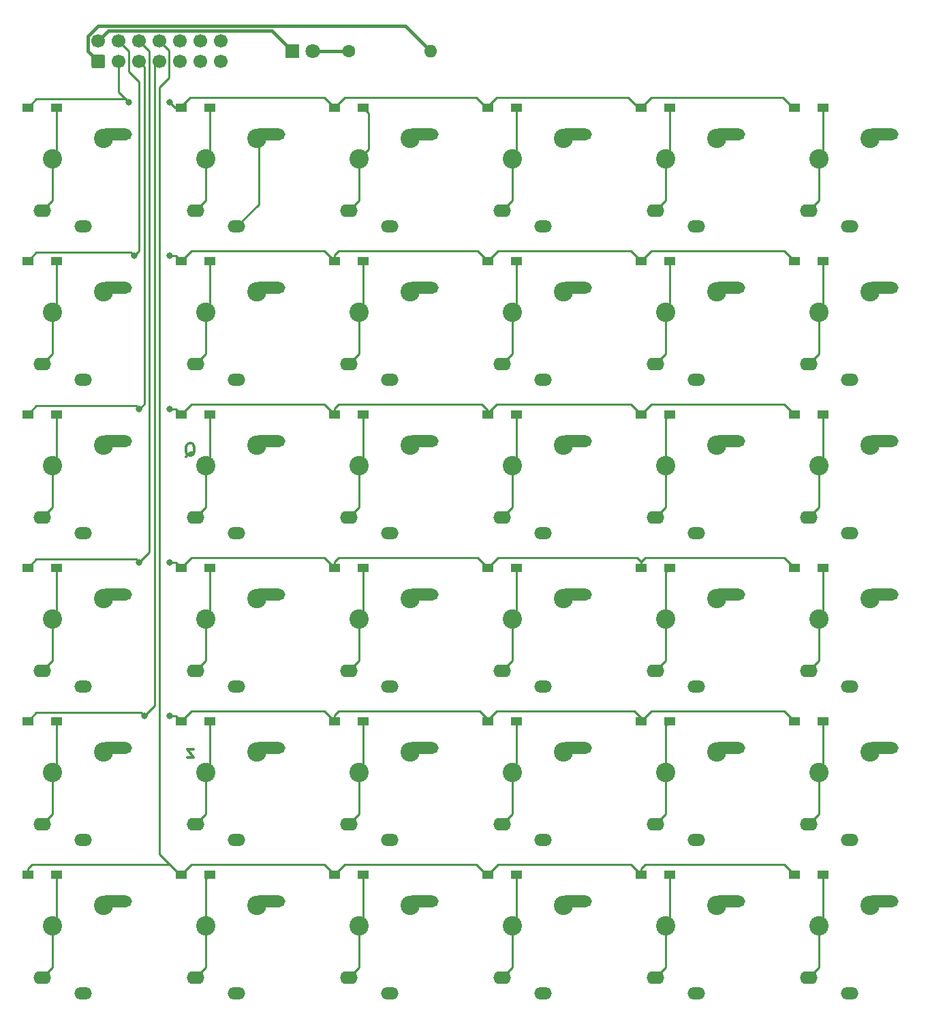
<source format=gbr>
%TF.GenerationSoftware,KiCad,Pcbnew,(5.1.10-1-10_14)*%
%TF.CreationDate,2021-11-08T13:36:25+08:00*%
%TF.ProjectId,Pragmatic,50726167-6d61-4746-9963-2e6b69636164,0.1*%
%TF.SameCoordinates,Original*%
%TF.FileFunction,Copper,L2,Bot*%
%TF.FilePolarity,Positive*%
%FSLAX46Y46*%
G04 Gerber Fmt 4.6, Leading zero omitted, Abs format (unit mm)*
G04 Created by KiCad (PCBNEW (5.1.10-1-10_14)) date 2021-11-08 13:36:25*
%MOMM*%
%LPD*%
G01*
G04 APERTURE LIST*
%TA.AperFunction,NonConductor*%
%ADD10C,0.300000*%
%TD*%
%TA.AperFunction,ComponentPad*%
%ADD11O,1.600000X1.600000*%
%TD*%
%TA.AperFunction,ComponentPad*%
%ADD12C,1.600000*%
%TD*%
%TA.AperFunction,ComponentPad*%
%ADD13C,1.700000*%
%TD*%
%TA.AperFunction,ComponentPad*%
%ADD14C,1.800000*%
%TD*%
%TA.AperFunction,ComponentPad*%
%ADD15R,1.800000X1.800000*%
%TD*%
%TA.AperFunction,ComponentPad*%
%ADD16C,2.400000*%
%TD*%
%TA.AperFunction,ComponentPad*%
%ADD17O,2.200000X1.600000*%
%TD*%
%TA.AperFunction,ComponentPad*%
%ADD18O,2.200000X1.500000*%
%TD*%
%TA.AperFunction,SMDPad,CuDef*%
%ADD19R,1.400000X1.000000*%
%TD*%
%TA.AperFunction,ViaPad*%
%ADD20C,0.800000*%
%TD*%
%TA.AperFunction,Conductor*%
%ADD21C,0.250000*%
%TD*%
%TA.AperFunction,Conductor*%
%ADD22C,0.400000*%
%TD*%
G04 APERTURE END LIST*
D10*
X70877857Y-127948571D02*
X70092142Y-127948571D01*
X70877857Y-128948571D01*
X70092142Y-128948571D01*
X69913571Y-91626428D02*
X70056428Y-91555000D01*
X70199285Y-91412142D01*
X70413571Y-91197857D01*
X70556428Y-91126428D01*
X70699285Y-91126428D01*
X70627857Y-91483571D02*
X70770714Y-91412142D01*
X70913571Y-91269285D01*
X70985000Y-90983571D01*
X70985000Y-90483571D01*
X70913571Y-90197857D01*
X70770714Y-90055000D01*
X70627857Y-89983571D01*
X70342142Y-89983571D01*
X70199285Y-90055000D01*
X70056428Y-90197857D01*
X69985000Y-90483571D01*
X69985000Y-90983571D01*
X70056428Y-91269285D01*
X70199285Y-91412142D01*
X70342142Y-91483571D01*
X70627857Y-91483571D01*
D11*
%TO.P,R1,2*%
%TO.N,VCC*%
X100330000Y-41275000D03*
D12*
%TO.P,R1,1*%
%TO.N,Net-(D37-Pad2)*%
X90170000Y-41275000D03*
%TD*%
D13*
%TO.P,J1,14*%
%TO.N,Col6*%
X74295000Y-40005000D03*
%TO.P,J1,12*%
%TO.N,Col4*%
X71755000Y-40005000D03*
%TO.P,J1,10*%
%TO.N,Col2*%
X69215000Y-40005000D03*
%TO.P,J1,8*%
%TO.N,Row6*%
X66675000Y-40005000D03*
%TO.P,J1,6*%
%TO.N,Row4*%
X64135000Y-40005000D03*
%TO.P,J1,4*%
%TO.N,Row2*%
X61595000Y-40005000D03*
%TO.P,J1,2*%
%TO.N,Ground*%
X59055000Y-40005000D03*
%TO.P,J1,13*%
%TO.N,Col5*%
X74295000Y-42545000D03*
%TO.P,J1,11*%
%TO.N,Col3*%
X71755000Y-42545000D03*
%TO.P,J1,9*%
%TO.N,Col1*%
X69215000Y-42545000D03*
%TO.P,J1,7*%
%TO.N,Row5*%
X66675000Y-42545000D03*
%TO.P,J1,5*%
%TO.N,Row3*%
X64135000Y-42545000D03*
%TO.P,J1,3*%
%TO.N,Row1*%
X61595000Y-42545000D03*
%TO.P,J1,1*%
%TO.N,VCC*%
%TA.AperFunction,ComponentPad*%
G36*
G01*
X59655000Y-43395000D02*
X58455000Y-43395000D01*
G75*
G02*
X58205000Y-43145000I0J250000D01*
G01*
X58205000Y-41945000D01*
G75*
G02*
X58455000Y-41695000I250000J0D01*
G01*
X59655000Y-41695000D01*
G75*
G02*
X59905000Y-41945000I0J-250000D01*
G01*
X59905000Y-43145000D01*
G75*
G02*
X59655000Y-43395000I-250000J0D01*
G01*
G37*
%TD.AperFunction*%
%TD*%
D14*
%TO.P,D37,2*%
%TO.N,Net-(D37-Pad2)*%
X85725000Y-41275000D03*
D15*
%TO.P,D37,1*%
%TO.N,Ground*%
X83185000Y-41275000D03*
%TD*%
D16*
%TO.P,SW9,2*%
%TO.N,Col3*%
X97790000Y-71120000D03*
%TA.AperFunction,ComponentPad*%
G36*
G01*
X96950126Y-70678797D02*
X96950126Y-70678797D01*
G75*
G02*
X97693552Y-69922281I749971J6545D01*
G01*
X100593442Y-69896975D01*
G75*
G02*
X101349958Y-70640401I6545J-749971D01*
G01*
X101349958Y-70640401D01*
G75*
G02*
X100606532Y-71396917I-749971J-6545D01*
G01*
X97706642Y-71422223D01*
G75*
G02*
X96950126Y-70678797I-6545J749971D01*
G01*
G37*
%TD.AperFunction*%
D17*
%TO.P,SW9,1*%
%TO.N,Net-(D9-Pad2)*%
X90150000Y-80100000D03*
D18*
%TO.P,SW9,2*%
%TO.N,Col3*%
X95250000Y-82100000D03*
D16*
%TO.P,SW9,1*%
%TO.N,Net-(D9-Pad2)*%
X91440000Y-73660000D03*
%TD*%
%TO.P,SW3,2*%
%TO.N,Col3*%
X97790000Y-52070000D03*
%TA.AperFunction,ComponentPad*%
G36*
G01*
X96950126Y-51628797D02*
X96950126Y-51628797D01*
G75*
G02*
X97693552Y-50872281I749971J6545D01*
G01*
X100593442Y-50846975D01*
G75*
G02*
X101349958Y-51590401I6545J-749971D01*
G01*
X101349958Y-51590401D01*
G75*
G02*
X100606532Y-52346917I-749971J-6545D01*
G01*
X97706642Y-52372223D01*
G75*
G02*
X96950126Y-51628797I-6545J749971D01*
G01*
G37*
%TD.AperFunction*%
D17*
%TO.P,SW3,1*%
%TO.N,Net-(D3-Pad2)*%
X90150000Y-61050000D03*
D18*
%TO.P,SW3,2*%
%TO.N,Col3*%
X95250000Y-63050000D03*
D16*
%TO.P,SW3,1*%
%TO.N,Net-(D3-Pad2)*%
X91440000Y-54610000D03*
%TD*%
D19*
%TO.P,D6,2*%
%TO.N,Net-(D6-Pad2)*%
X149095000Y-48260000D03*
%TO.P,D6,1*%
%TO.N,Row1*%
X145545000Y-48260000D03*
%TD*%
D16*
%TO.P,SW2,2*%
%TO.N,Col2*%
X78740000Y-52070000D03*
%TA.AperFunction,ComponentPad*%
G36*
G01*
X77900126Y-51628797D02*
X77900126Y-51628797D01*
G75*
G02*
X78643552Y-50872281I749971J6545D01*
G01*
X81543442Y-50846975D01*
G75*
G02*
X82299958Y-51590401I6545J-749971D01*
G01*
X82299958Y-51590401D01*
G75*
G02*
X81556532Y-52346917I-749971J-6545D01*
G01*
X78656642Y-52372223D01*
G75*
G02*
X77900126Y-51628797I-6545J749971D01*
G01*
G37*
%TD.AperFunction*%
D17*
%TO.P,SW2,1*%
%TO.N,Net-(D2-Pad2)*%
X71100000Y-61050000D03*
D18*
%TO.P,SW2,2*%
%TO.N,Col2*%
X76200000Y-63050000D03*
D16*
%TO.P,SW2,1*%
%TO.N,Net-(D2-Pad2)*%
X72390000Y-54610000D03*
%TD*%
%TO.P,SW29,2*%
%TO.N,Col5*%
X135890000Y-128270000D03*
%TA.AperFunction,ComponentPad*%
G36*
G01*
X135050126Y-127828797D02*
X135050126Y-127828797D01*
G75*
G02*
X135793552Y-127072281I749971J6545D01*
G01*
X138693442Y-127046975D01*
G75*
G02*
X139449958Y-127790401I6545J-749971D01*
G01*
X139449958Y-127790401D01*
G75*
G02*
X138706532Y-128546917I-749971J-6545D01*
G01*
X135806642Y-128572223D01*
G75*
G02*
X135050126Y-127828797I-6545J749971D01*
G01*
G37*
%TD.AperFunction*%
D17*
%TO.P,SW29,1*%
%TO.N,Net-(D29-Pad2)*%
X128250000Y-137250000D03*
D18*
%TO.P,SW29,2*%
%TO.N,Col5*%
X133350000Y-139250000D03*
D16*
%TO.P,SW29,1*%
%TO.N,Net-(D29-Pad2)*%
X129540000Y-130810000D03*
%TD*%
%TO.P,SW28,2*%
%TO.N,Col4*%
X116840000Y-128270000D03*
%TA.AperFunction,ComponentPad*%
G36*
G01*
X116000126Y-127828797D02*
X116000126Y-127828797D01*
G75*
G02*
X116743552Y-127072281I749971J6545D01*
G01*
X119643442Y-127046975D01*
G75*
G02*
X120399958Y-127790401I6545J-749971D01*
G01*
X120399958Y-127790401D01*
G75*
G02*
X119656532Y-128546917I-749971J-6545D01*
G01*
X116756642Y-128572223D01*
G75*
G02*
X116000126Y-127828797I-6545J749971D01*
G01*
G37*
%TD.AperFunction*%
D17*
%TO.P,SW28,1*%
%TO.N,Net-(D28-Pad2)*%
X109200000Y-137250000D03*
D18*
%TO.P,SW28,2*%
%TO.N,Col4*%
X114300000Y-139250000D03*
D16*
%TO.P,SW28,1*%
%TO.N,Net-(D28-Pad2)*%
X110490000Y-130810000D03*
%TD*%
%TO.P,SW24,2*%
%TO.N,Col6*%
X154940000Y-109220000D03*
%TA.AperFunction,ComponentPad*%
G36*
G01*
X154100126Y-108778797D02*
X154100126Y-108778797D01*
G75*
G02*
X154843552Y-108022281I749971J6545D01*
G01*
X157743442Y-107996975D01*
G75*
G02*
X158499958Y-108740401I6545J-749971D01*
G01*
X158499958Y-108740401D01*
G75*
G02*
X157756532Y-109496917I-749971J-6545D01*
G01*
X154856642Y-109522223D01*
G75*
G02*
X154100126Y-108778797I-6545J749971D01*
G01*
G37*
%TD.AperFunction*%
D17*
%TO.P,SW24,1*%
%TO.N,Net-(D24-Pad2)*%
X147300000Y-118200000D03*
D18*
%TO.P,SW24,2*%
%TO.N,Col6*%
X152400000Y-120200000D03*
D16*
%TO.P,SW24,1*%
%TO.N,Net-(D24-Pad2)*%
X148590000Y-111760000D03*
%TD*%
D19*
%TO.P,D3,2*%
%TO.N,Net-(D3-Pad2)*%
X91945000Y-48260000D03*
%TO.P,D3,1*%
%TO.N,Row1*%
X88395000Y-48260000D03*
%TD*%
%TO.P,D2,2*%
%TO.N,Net-(D2-Pad2)*%
X72895000Y-48260000D03*
%TO.P,D2,1*%
%TO.N,Row1*%
X69345000Y-48260000D03*
%TD*%
D16*
%TO.P,SW36,2*%
%TO.N,Col6*%
X154940000Y-147320000D03*
%TA.AperFunction,ComponentPad*%
G36*
G01*
X154100126Y-146878797D02*
X154100126Y-146878797D01*
G75*
G02*
X154843552Y-146122281I749971J6545D01*
G01*
X157743442Y-146096975D01*
G75*
G02*
X158499958Y-146840401I6545J-749971D01*
G01*
X158499958Y-146840401D01*
G75*
G02*
X157756532Y-147596917I-749971J-6545D01*
G01*
X154856642Y-147622223D01*
G75*
G02*
X154100126Y-146878797I-6545J749971D01*
G01*
G37*
%TD.AperFunction*%
D17*
%TO.P,SW36,1*%
%TO.N,Net-(D36-Pad2)*%
X147300000Y-156300000D03*
D18*
%TO.P,SW36,2*%
%TO.N,Col6*%
X152400000Y-158300000D03*
D16*
%TO.P,SW36,1*%
%TO.N,Net-(D36-Pad2)*%
X148590000Y-149860000D03*
%TD*%
%TO.P,SW35,2*%
%TO.N,Col5*%
X135890000Y-147320000D03*
%TA.AperFunction,ComponentPad*%
G36*
G01*
X135050126Y-146878797D02*
X135050126Y-146878797D01*
G75*
G02*
X135793552Y-146122281I749971J6545D01*
G01*
X138693442Y-146096975D01*
G75*
G02*
X139449958Y-146840401I6545J-749971D01*
G01*
X139449958Y-146840401D01*
G75*
G02*
X138706532Y-147596917I-749971J-6545D01*
G01*
X135806642Y-147622223D01*
G75*
G02*
X135050126Y-146878797I-6545J749971D01*
G01*
G37*
%TD.AperFunction*%
D17*
%TO.P,SW35,1*%
%TO.N,Net-(D35-Pad2)*%
X128250000Y-156300000D03*
D18*
%TO.P,SW35,2*%
%TO.N,Col5*%
X133350000Y-158300000D03*
D16*
%TO.P,SW35,1*%
%TO.N,Net-(D35-Pad2)*%
X129540000Y-149860000D03*
%TD*%
%TO.P,SW34,2*%
%TO.N,Col4*%
X116840000Y-147320000D03*
%TA.AperFunction,ComponentPad*%
G36*
G01*
X116000126Y-146878797D02*
X116000126Y-146878797D01*
G75*
G02*
X116743552Y-146122281I749971J6545D01*
G01*
X119643442Y-146096975D01*
G75*
G02*
X120399958Y-146840401I6545J-749971D01*
G01*
X120399958Y-146840401D01*
G75*
G02*
X119656532Y-147596917I-749971J-6545D01*
G01*
X116756642Y-147622223D01*
G75*
G02*
X116000126Y-146878797I-6545J749971D01*
G01*
G37*
%TD.AperFunction*%
D17*
%TO.P,SW34,1*%
%TO.N,Net-(D34-Pad2)*%
X109200000Y-156300000D03*
D18*
%TO.P,SW34,2*%
%TO.N,Col4*%
X114300000Y-158300000D03*
D16*
%TO.P,SW34,1*%
%TO.N,Net-(D34-Pad2)*%
X110490000Y-149860000D03*
%TD*%
%TO.P,SW33,2*%
%TO.N,Col3*%
X97790000Y-147320000D03*
%TA.AperFunction,ComponentPad*%
G36*
G01*
X96950126Y-146878797D02*
X96950126Y-146878797D01*
G75*
G02*
X97693552Y-146122281I749971J6545D01*
G01*
X100593442Y-146096975D01*
G75*
G02*
X101349958Y-146840401I6545J-749971D01*
G01*
X101349958Y-146840401D01*
G75*
G02*
X100606532Y-147596917I-749971J-6545D01*
G01*
X97706642Y-147622223D01*
G75*
G02*
X96950126Y-146878797I-6545J749971D01*
G01*
G37*
%TD.AperFunction*%
D17*
%TO.P,SW33,1*%
%TO.N,Net-(D33-Pad2)*%
X90150000Y-156300000D03*
D18*
%TO.P,SW33,2*%
%TO.N,Col3*%
X95250000Y-158300000D03*
D16*
%TO.P,SW33,1*%
%TO.N,Net-(D33-Pad2)*%
X91440000Y-149860000D03*
%TD*%
%TO.P,SW32,2*%
%TO.N,Col2*%
X78740000Y-147320000D03*
%TA.AperFunction,ComponentPad*%
G36*
G01*
X77900126Y-146878797D02*
X77900126Y-146878797D01*
G75*
G02*
X78643552Y-146122281I749971J6545D01*
G01*
X81543442Y-146096975D01*
G75*
G02*
X82299958Y-146840401I6545J-749971D01*
G01*
X82299958Y-146840401D01*
G75*
G02*
X81556532Y-147596917I-749971J-6545D01*
G01*
X78656642Y-147622223D01*
G75*
G02*
X77900126Y-146878797I-6545J749971D01*
G01*
G37*
%TD.AperFunction*%
D17*
%TO.P,SW32,1*%
%TO.N,Net-(D32-Pad2)*%
X71100000Y-156300000D03*
D18*
%TO.P,SW32,2*%
%TO.N,Col2*%
X76200000Y-158300000D03*
D16*
%TO.P,SW32,1*%
%TO.N,Net-(D32-Pad2)*%
X72390000Y-149860000D03*
%TD*%
%TO.P,SW31,2*%
%TO.N,Col1*%
X59690000Y-147320000D03*
%TA.AperFunction,ComponentPad*%
G36*
G01*
X58850126Y-146878797D02*
X58850126Y-146878797D01*
G75*
G02*
X59593552Y-146122281I749971J6545D01*
G01*
X62493442Y-146096975D01*
G75*
G02*
X63249958Y-146840401I6545J-749971D01*
G01*
X63249958Y-146840401D01*
G75*
G02*
X62506532Y-147596917I-749971J-6545D01*
G01*
X59606642Y-147622223D01*
G75*
G02*
X58850126Y-146878797I-6545J749971D01*
G01*
G37*
%TD.AperFunction*%
D17*
%TO.P,SW31,1*%
%TO.N,Net-(D31-Pad2)*%
X52050000Y-156300000D03*
D18*
%TO.P,SW31,2*%
%TO.N,Col1*%
X57150000Y-158300000D03*
D16*
%TO.P,SW31,1*%
%TO.N,Net-(D31-Pad2)*%
X53340000Y-149860000D03*
%TD*%
%TO.P,SW30,2*%
%TO.N,Col6*%
X154940000Y-128270000D03*
%TA.AperFunction,ComponentPad*%
G36*
G01*
X154100126Y-127828797D02*
X154100126Y-127828797D01*
G75*
G02*
X154843552Y-127072281I749971J6545D01*
G01*
X157743442Y-127046975D01*
G75*
G02*
X158499958Y-127790401I6545J-749971D01*
G01*
X158499958Y-127790401D01*
G75*
G02*
X157756532Y-128546917I-749971J-6545D01*
G01*
X154856642Y-128572223D01*
G75*
G02*
X154100126Y-127828797I-6545J749971D01*
G01*
G37*
%TD.AperFunction*%
D17*
%TO.P,SW30,1*%
%TO.N,Net-(D30-Pad2)*%
X147300000Y-137250000D03*
D18*
%TO.P,SW30,2*%
%TO.N,Col6*%
X152400000Y-139250000D03*
D16*
%TO.P,SW30,1*%
%TO.N,Net-(D30-Pad2)*%
X148590000Y-130810000D03*
%TD*%
%TO.P,SW27,2*%
%TO.N,Col3*%
X97790000Y-128270000D03*
%TA.AperFunction,ComponentPad*%
G36*
G01*
X96950126Y-127828797D02*
X96950126Y-127828797D01*
G75*
G02*
X97693552Y-127072281I749971J6545D01*
G01*
X100593442Y-127046975D01*
G75*
G02*
X101349958Y-127790401I6545J-749971D01*
G01*
X101349958Y-127790401D01*
G75*
G02*
X100606532Y-128546917I-749971J-6545D01*
G01*
X97706642Y-128572223D01*
G75*
G02*
X96950126Y-127828797I-6545J749971D01*
G01*
G37*
%TD.AperFunction*%
D17*
%TO.P,SW27,1*%
%TO.N,Net-(D27-Pad2)*%
X90150000Y-137250000D03*
D18*
%TO.P,SW27,2*%
%TO.N,Col3*%
X95250000Y-139250000D03*
D16*
%TO.P,SW27,1*%
%TO.N,Net-(D27-Pad2)*%
X91440000Y-130810000D03*
%TD*%
%TO.P,SW26,2*%
%TO.N,Col2*%
X78740000Y-128270000D03*
%TA.AperFunction,ComponentPad*%
G36*
G01*
X77900126Y-127828797D02*
X77900126Y-127828797D01*
G75*
G02*
X78643552Y-127072281I749971J6545D01*
G01*
X81543442Y-127046975D01*
G75*
G02*
X82299958Y-127790401I6545J-749971D01*
G01*
X82299958Y-127790401D01*
G75*
G02*
X81556532Y-128546917I-749971J-6545D01*
G01*
X78656642Y-128572223D01*
G75*
G02*
X77900126Y-127828797I-6545J749971D01*
G01*
G37*
%TD.AperFunction*%
D17*
%TO.P,SW26,1*%
%TO.N,Net-(D26-Pad2)*%
X71100000Y-137250000D03*
D18*
%TO.P,SW26,2*%
%TO.N,Col2*%
X76200000Y-139250000D03*
D16*
%TO.P,SW26,1*%
%TO.N,Net-(D26-Pad2)*%
X72390000Y-130810000D03*
%TD*%
%TO.P,SW25,2*%
%TO.N,Col1*%
X59690000Y-128270000D03*
%TA.AperFunction,ComponentPad*%
G36*
G01*
X58850126Y-127828797D02*
X58850126Y-127828797D01*
G75*
G02*
X59593552Y-127072281I749971J6545D01*
G01*
X62493442Y-127046975D01*
G75*
G02*
X63249958Y-127790401I6545J-749971D01*
G01*
X63249958Y-127790401D01*
G75*
G02*
X62506532Y-128546917I-749971J-6545D01*
G01*
X59606642Y-128572223D01*
G75*
G02*
X58850126Y-127828797I-6545J749971D01*
G01*
G37*
%TD.AperFunction*%
D17*
%TO.P,SW25,1*%
%TO.N,Net-(D25-Pad2)*%
X52050000Y-137250000D03*
D18*
%TO.P,SW25,2*%
%TO.N,Col1*%
X57150000Y-139250000D03*
D16*
%TO.P,SW25,1*%
%TO.N,Net-(D25-Pad2)*%
X53340000Y-130810000D03*
%TD*%
%TO.P,SW23,2*%
%TO.N,Col5*%
X135890000Y-109220000D03*
%TA.AperFunction,ComponentPad*%
G36*
G01*
X135050126Y-108778797D02*
X135050126Y-108778797D01*
G75*
G02*
X135793552Y-108022281I749971J6545D01*
G01*
X138693442Y-107996975D01*
G75*
G02*
X139449958Y-108740401I6545J-749971D01*
G01*
X139449958Y-108740401D01*
G75*
G02*
X138706532Y-109496917I-749971J-6545D01*
G01*
X135806642Y-109522223D01*
G75*
G02*
X135050126Y-108778797I-6545J749971D01*
G01*
G37*
%TD.AperFunction*%
D17*
%TO.P,SW23,1*%
%TO.N,Net-(D23-Pad2)*%
X128250000Y-118200000D03*
D18*
%TO.P,SW23,2*%
%TO.N,Col5*%
X133350000Y-120200000D03*
D16*
%TO.P,SW23,1*%
%TO.N,Net-(D23-Pad2)*%
X129540000Y-111760000D03*
%TD*%
%TO.P,SW22,2*%
%TO.N,Col4*%
X116840000Y-109220000D03*
%TA.AperFunction,ComponentPad*%
G36*
G01*
X116000126Y-108778797D02*
X116000126Y-108778797D01*
G75*
G02*
X116743552Y-108022281I749971J6545D01*
G01*
X119643442Y-107996975D01*
G75*
G02*
X120399958Y-108740401I6545J-749971D01*
G01*
X120399958Y-108740401D01*
G75*
G02*
X119656532Y-109496917I-749971J-6545D01*
G01*
X116756642Y-109522223D01*
G75*
G02*
X116000126Y-108778797I-6545J749971D01*
G01*
G37*
%TD.AperFunction*%
D17*
%TO.P,SW22,1*%
%TO.N,Net-(D22-Pad2)*%
X109200000Y-118200000D03*
D18*
%TO.P,SW22,2*%
%TO.N,Col4*%
X114300000Y-120200000D03*
D16*
%TO.P,SW22,1*%
%TO.N,Net-(D22-Pad2)*%
X110490000Y-111760000D03*
%TD*%
%TO.P,SW21,2*%
%TO.N,Col3*%
X97790000Y-109220000D03*
%TA.AperFunction,ComponentPad*%
G36*
G01*
X96950126Y-108778797D02*
X96950126Y-108778797D01*
G75*
G02*
X97693552Y-108022281I749971J6545D01*
G01*
X100593442Y-107996975D01*
G75*
G02*
X101349958Y-108740401I6545J-749971D01*
G01*
X101349958Y-108740401D01*
G75*
G02*
X100606532Y-109496917I-749971J-6545D01*
G01*
X97706642Y-109522223D01*
G75*
G02*
X96950126Y-108778797I-6545J749971D01*
G01*
G37*
%TD.AperFunction*%
D17*
%TO.P,SW21,1*%
%TO.N,Net-(D21-Pad2)*%
X90150000Y-118200000D03*
D18*
%TO.P,SW21,2*%
%TO.N,Col3*%
X95250000Y-120200000D03*
D16*
%TO.P,SW21,1*%
%TO.N,Net-(D21-Pad2)*%
X91440000Y-111760000D03*
%TD*%
%TO.P,SW20,2*%
%TO.N,Col2*%
X78740000Y-109220000D03*
%TA.AperFunction,ComponentPad*%
G36*
G01*
X77900126Y-108778797D02*
X77900126Y-108778797D01*
G75*
G02*
X78643552Y-108022281I749971J6545D01*
G01*
X81543442Y-107996975D01*
G75*
G02*
X82299958Y-108740401I6545J-749971D01*
G01*
X82299958Y-108740401D01*
G75*
G02*
X81556532Y-109496917I-749971J-6545D01*
G01*
X78656642Y-109522223D01*
G75*
G02*
X77900126Y-108778797I-6545J749971D01*
G01*
G37*
%TD.AperFunction*%
D17*
%TO.P,SW20,1*%
%TO.N,Net-(D20-Pad2)*%
X71100000Y-118200000D03*
D18*
%TO.P,SW20,2*%
%TO.N,Col2*%
X76200000Y-120200000D03*
D16*
%TO.P,SW20,1*%
%TO.N,Net-(D20-Pad2)*%
X72390000Y-111760000D03*
%TD*%
%TO.P,SW19,2*%
%TO.N,Col1*%
X59690000Y-109220000D03*
%TA.AperFunction,ComponentPad*%
G36*
G01*
X58850126Y-108778797D02*
X58850126Y-108778797D01*
G75*
G02*
X59593552Y-108022281I749971J6545D01*
G01*
X62493442Y-107996975D01*
G75*
G02*
X63249958Y-108740401I6545J-749971D01*
G01*
X63249958Y-108740401D01*
G75*
G02*
X62506532Y-109496917I-749971J-6545D01*
G01*
X59606642Y-109522223D01*
G75*
G02*
X58850126Y-108778797I-6545J749971D01*
G01*
G37*
%TD.AperFunction*%
D17*
%TO.P,SW19,1*%
%TO.N,Net-(D19-Pad2)*%
X52050000Y-118200000D03*
D18*
%TO.P,SW19,2*%
%TO.N,Col1*%
X57150000Y-120200000D03*
D16*
%TO.P,SW19,1*%
%TO.N,Net-(D19-Pad2)*%
X53340000Y-111760000D03*
%TD*%
%TO.P,SW18,2*%
%TO.N,Col6*%
X154940000Y-90170000D03*
%TA.AperFunction,ComponentPad*%
G36*
G01*
X154100126Y-89728797D02*
X154100126Y-89728797D01*
G75*
G02*
X154843552Y-88972281I749971J6545D01*
G01*
X157743442Y-88946975D01*
G75*
G02*
X158499958Y-89690401I6545J-749971D01*
G01*
X158499958Y-89690401D01*
G75*
G02*
X157756532Y-90446917I-749971J-6545D01*
G01*
X154856642Y-90472223D01*
G75*
G02*
X154100126Y-89728797I-6545J749971D01*
G01*
G37*
%TD.AperFunction*%
D17*
%TO.P,SW18,1*%
%TO.N,Net-(D18-Pad2)*%
X147300000Y-99150000D03*
D18*
%TO.P,SW18,2*%
%TO.N,Col6*%
X152400000Y-101150000D03*
D16*
%TO.P,SW18,1*%
%TO.N,Net-(D18-Pad2)*%
X148590000Y-92710000D03*
%TD*%
%TO.P,SW17,2*%
%TO.N,Col5*%
X135890000Y-90170000D03*
%TA.AperFunction,ComponentPad*%
G36*
G01*
X135050126Y-89728797D02*
X135050126Y-89728797D01*
G75*
G02*
X135793552Y-88972281I749971J6545D01*
G01*
X138693442Y-88946975D01*
G75*
G02*
X139449958Y-89690401I6545J-749971D01*
G01*
X139449958Y-89690401D01*
G75*
G02*
X138706532Y-90446917I-749971J-6545D01*
G01*
X135806642Y-90472223D01*
G75*
G02*
X135050126Y-89728797I-6545J749971D01*
G01*
G37*
%TD.AperFunction*%
D17*
%TO.P,SW17,1*%
%TO.N,Net-(D17-Pad2)*%
X128250000Y-99150000D03*
D18*
%TO.P,SW17,2*%
%TO.N,Col5*%
X133350000Y-101150000D03*
D16*
%TO.P,SW17,1*%
%TO.N,Net-(D17-Pad2)*%
X129540000Y-92710000D03*
%TD*%
%TO.P,SW16,2*%
%TO.N,Col4*%
X116840000Y-90170000D03*
%TA.AperFunction,ComponentPad*%
G36*
G01*
X116000126Y-89728797D02*
X116000126Y-89728797D01*
G75*
G02*
X116743552Y-88972281I749971J6545D01*
G01*
X119643442Y-88946975D01*
G75*
G02*
X120399958Y-89690401I6545J-749971D01*
G01*
X120399958Y-89690401D01*
G75*
G02*
X119656532Y-90446917I-749971J-6545D01*
G01*
X116756642Y-90472223D01*
G75*
G02*
X116000126Y-89728797I-6545J749971D01*
G01*
G37*
%TD.AperFunction*%
D17*
%TO.P,SW16,1*%
%TO.N,Net-(D16-Pad2)*%
X109200000Y-99150000D03*
D18*
%TO.P,SW16,2*%
%TO.N,Col4*%
X114300000Y-101150000D03*
D16*
%TO.P,SW16,1*%
%TO.N,Net-(D16-Pad2)*%
X110490000Y-92710000D03*
%TD*%
%TO.P,SW15,2*%
%TO.N,Col3*%
X97790000Y-90170000D03*
%TA.AperFunction,ComponentPad*%
G36*
G01*
X96950126Y-89728797D02*
X96950126Y-89728797D01*
G75*
G02*
X97693552Y-88972281I749971J6545D01*
G01*
X100593442Y-88946975D01*
G75*
G02*
X101349958Y-89690401I6545J-749971D01*
G01*
X101349958Y-89690401D01*
G75*
G02*
X100606532Y-90446917I-749971J-6545D01*
G01*
X97706642Y-90472223D01*
G75*
G02*
X96950126Y-89728797I-6545J749971D01*
G01*
G37*
%TD.AperFunction*%
D17*
%TO.P,SW15,1*%
%TO.N,Net-(D15-Pad2)*%
X90150000Y-99150000D03*
D18*
%TO.P,SW15,2*%
%TO.N,Col3*%
X95250000Y-101150000D03*
D16*
%TO.P,SW15,1*%
%TO.N,Net-(D15-Pad2)*%
X91440000Y-92710000D03*
%TD*%
%TO.P,SW14,2*%
%TO.N,Col2*%
X78740000Y-90170000D03*
%TA.AperFunction,ComponentPad*%
G36*
G01*
X77900126Y-89728797D02*
X77900126Y-89728797D01*
G75*
G02*
X78643552Y-88972281I749971J6545D01*
G01*
X81543442Y-88946975D01*
G75*
G02*
X82299958Y-89690401I6545J-749971D01*
G01*
X82299958Y-89690401D01*
G75*
G02*
X81556532Y-90446917I-749971J-6545D01*
G01*
X78656642Y-90472223D01*
G75*
G02*
X77900126Y-89728797I-6545J749971D01*
G01*
G37*
%TD.AperFunction*%
D17*
%TO.P,SW14,1*%
%TO.N,Net-(D14-Pad2)*%
X71100000Y-99150000D03*
D18*
%TO.P,SW14,2*%
%TO.N,Col2*%
X76200000Y-101150000D03*
D16*
%TO.P,SW14,1*%
%TO.N,Net-(D14-Pad2)*%
X72390000Y-92710000D03*
%TD*%
%TO.P,SW13,2*%
%TO.N,Col1*%
X59690000Y-90170000D03*
%TA.AperFunction,ComponentPad*%
G36*
G01*
X58850126Y-89728797D02*
X58850126Y-89728797D01*
G75*
G02*
X59593552Y-88972281I749971J6545D01*
G01*
X62493442Y-88946975D01*
G75*
G02*
X63249958Y-89690401I6545J-749971D01*
G01*
X63249958Y-89690401D01*
G75*
G02*
X62506532Y-90446917I-749971J-6545D01*
G01*
X59606642Y-90472223D01*
G75*
G02*
X58850126Y-89728797I-6545J749971D01*
G01*
G37*
%TD.AperFunction*%
D17*
%TO.P,SW13,1*%
%TO.N,Net-(D13-Pad2)*%
X52050000Y-99150000D03*
D18*
%TO.P,SW13,2*%
%TO.N,Col1*%
X57150000Y-101150000D03*
D16*
%TO.P,SW13,1*%
%TO.N,Net-(D13-Pad2)*%
X53340000Y-92710000D03*
%TD*%
%TO.P,SW12,2*%
%TO.N,Col6*%
X154940000Y-71120000D03*
%TA.AperFunction,ComponentPad*%
G36*
G01*
X154100126Y-70678797D02*
X154100126Y-70678797D01*
G75*
G02*
X154843552Y-69922281I749971J6545D01*
G01*
X157743442Y-69896975D01*
G75*
G02*
X158499958Y-70640401I6545J-749971D01*
G01*
X158499958Y-70640401D01*
G75*
G02*
X157756532Y-71396917I-749971J-6545D01*
G01*
X154856642Y-71422223D01*
G75*
G02*
X154100126Y-70678797I-6545J749971D01*
G01*
G37*
%TD.AperFunction*%
D17*
%TO.P,SW12,1*%
%TO.N,Net-(D12-Pad2)*%
X147300000Y-80100000D03*
D18*
%TO.P,SW12,2*%
%TO.N,Col6*%
X152400000Y-82100000D03*
D16*
%TO.P,SW12,1*%
%TO.N,Net-(D12-Pad2)*%
X148590000Y-73660000D03*
%TD*%
%TO.P,SW11,2*%
%TO.N,Col5*%
X135890000Y-71120000D03*
%TA.AperFunction,ComponentPad*%
G36*
G01*
X135050126Y-70678797D02*
X135050126Y-70678797D01*
G75*
G02*
X135793552Y-69922281I749971J6545D01*
G01*
X138693442Y-69896975D01*
G75*
G02*
X139449958Y-70640401I6545J-749971D01*
G01*
X139449958Y-70640401D01*
G75*
G02*
X138706532Y-71396917I-749971J-6545D01*
G01*
X135806642Y-71422223D01*
G75*
G02*
X135050126Y-70678797I-6545J749971D01*
G01*
G37*
%TD.AperFunction*%
D17*
%TO.P,SW11,1*%
%TO.N,Net-(D11-Pad2)*%
X128250000Y-80100000D03*
D18*
%TO.P,SW11,2*%
%TO.N,Col5*%
X133350000Y-82100000D03*
D16*
%TO.P,SW11,1*%
%TO.N,Net-(D11-Pad2)*%
X129540000Y-73660000D03*
%TD*%
%TO.P,SW10,2*%
%TO.N,Col4*%
X116840000Y-71120000D03*
%TA.AperFunction,ComponentPad*%
G36*
G01*
X116000126Y-70678797D02*
X116000126Y-70678797D01*
G75*
G02*
X116743552Y-69922281I749971J6545D01*
G01*
X119643442Y-69896975D01*
G75*
G02*
X120399958Y-70640401I6545J-749971D01*
G01*
X120399958Y-70640401D01*
G75*
G02*
X119656532Y-71396917I-749971J-6545D01*
G01*
X116756642Y-71422223D01*
G75*
G02*
X116000126Y-70678797I-6545J749971D01*
G01*
G37*
%TD.AperFunction*%
D17*
%TO.P,SW10,1*%
%TO.N,Net-(D10-Pad2)*%
X109200000Y-80100000D03*
D18*
%TO.P,SW10,2*%
%TO.N,Col4*%
X114300000Y-82100000D03*
D16*
%TO.P,SW10,1*%
%TO.N,Net-(D10-Pad2)*%
X110490000Y-73660000D03*
%TD*%
%TO.P,SW8,2*%
%TO.N,Col2*%
X78740000Y-71120000D03*
%TA.AperFunction,ComponentPad*%
G36*
G01*
X77900126Y-70678797D02*
X77900126Y-70678797D01*
G75*
G02*
X78643552Y-69922281I749971J6545D01*
G01*
X81543442Y-69896975D01*
G75*
G02*
X82299958Y-70640401I6545J-749971D01*
G01*
X82299958Y-70640401D01*
G75*
G02*
X81556532Y-71396917I-749971J-6545D01*
G01*
X78656642Y-71422223D01*
G75*
G02*
X77900126Y-70678797I-6545J749971D01*
G01*
G37*
%TD.AperFunction*%
D17*
%TO.P,SW8,1*%
%TO.N,Net-(D8-Pad2)*%
X71100000Y-80100000D03*
D18*
%TO.P,SW8,2*%
%TO.N,Col2*%
X76200000Y-82100000D03*
D16*
%TO.P,SW8,1*%
%TO.N,Net-(D8-Pad2)*%
X72390000Y-73660000D03*
%TD*%
%TO.P,SW7,2*%
%TO.N,Col1*%
X59690000Y-71120000D03*
%TA.AperFunction,ComponentPad*%
G36*
G01*
X58850126Y-70678797D02*
X58850126Y-70678797D01*
G75*
G02*
X59593552Y-69922281I749971J6545D01*
G01*
X62493442Y-69896975D01*
G75*
G02*
X63249958Y-70640401I6545J-749971D01*
G01*
X63249958Y-70640401D01*
G75*
G02*
X62506532Y-71396917I-749971J-6545D01*
G01*
X59606642Y-71422223D01*
G75*
G02*
X58850126Y-70678797I-6545J749971D01*
G01*
G37*
%TD.AperFunction*%
D17*
%TO.P,SW7,1*%
%TO.N,Net-(D7-Pad2)*%
X52050000Y-80100000D03*
D18*
%TO.P,SW7,2*%
%TO.N,Col1*%
X57150000Y-82100000D03*
D16*
%TO.P,SW7,1*%
%TO.N,Net-(D7-Pad2)*%
X53340000Y-73660000D03*
%TD*%
%TO.P,SW6,2*%
%TO.N,Col6*%
X154940000Y-52070000D03*
%TA.AperFunction,ComponentPad*%
G36*
G01*
X154100126Y-51628797D02*
X154100126Y-51628797D01*
G75*
G02*
X154843552Y-50872281I749971J6545D01*
G01*
X157743442Y-50846975D01*
G75*
G02*
X158499958Y-51590401I6545J-749971D01*
G01*
X158499958Y-51590401D01*
G75*
G02*
X157756532Y-52346917I-749971J-6545D01*
G01*
X154856642Y-52372223D01*
G75*
G02*
X154100126Y-51628797I-6545J749971D01*
G01*
G37*
%TD.AperFunction*%
D17*
%TO.P,SW6,1*%
%TO.N,Net-(D6-Pad2)*%
X147300000Y-61050000D03*
D18*
%TO.P,SW6,2*%
%TO.N,Col6*%
X152400000Y-63050000D03*
D16*
%TO.P,SW6,1*%
%TO.N,Net-(D6-Pad2)*%
X148590000Y-54610000D03*
%TD*%
%TO.P,SW5,2*%
%TO.N,Col5*%
X135890000Y-52070000D03*
%TA.AperFunction,ComponentPad*%
G36*
G01*
X135050126Y-51628797D02*
X135050126Y-51628797D01*
G75*
G02*
X135793552Y-50872281I749971J6545D01*
G01*
X138693442Y-50846975D01*
G75*
G02*
X139449958Y-51590401I6545J-749971D01*
G01*
X139449958Y-51590401D01*
G75*
G02*
X138706532Y-52346917I-749971J-6545D01*
G01*
X135806642Y-52372223D01*
G75*
G02*
X135050126Y-51628797I-6545J749971D01*
G01*
G37*
%TD.AperFunction*%
D17*
%TO.P,SW5,1*%
%TO.N,Net-(D5-Pad2)*%
X128250000Y-61050000D03*
D18*
%TO.P,SW5,2*%
%TO.N,Col5*%
X133350000Y-63050000D03*
D16*
%TO.P,SW5,1*%
%TO.N,Net-(D5-Pad2)*%
X129540000Y-54610000D03*
%TD*%
%TO.P,SW4,2*%
%TO.N,Col4*%
X116840000Y-52070000D03*
%TA.AperFunction,ComponentPad*%
G36*
G01*
X116000126Y-51628797D02*
X116000126Y-51628797D01*
G75*
G02*
X116743552Y-50872281I749971J6545D01*
G01*
X119643442Y-50846975D01*
G75*
G02*
X120399958Y-51590401I6545J-749971D01*
G01*
X120399958Y-51590401D01*
G75*
G02*
X119656532Y-52346917I-749971J-6545D01*
G01*
X116756642Y-52372223D01*
G75*
G02*
X116000126Y-51628797I-6545J749971D01*
G01*
G37*
%TD.AperFunction*%
D17*
%TO.P,SW4,1*%
%TO.N,Net-(D4-Pad2)*%
X109200000Y-61050000D03*
D18*
%TO.P,SW4,2*%
%TO.N,Col4*%
X114300000Y-63050000D03*
D16*
%TO.P,SW4,1*%
%TO.N,Net-(D4-Pad2)*%
X110490000Y-54610000D03*
%TD*%
%TO.P,SW1,2*%
%TO.N,Col1*%
X59690000Y-52070000D03*
%TA.AperFunction,ComponentPad*%
G36*
G01*
X58850126Y-51628797D02*
X58850126Y-51628797D01*
G75*
G02*
X59593552Y-50872281I749971J6545D01*
G01*
X62493442Y-50846975D01*
G75*
G02*
X63249958Y-51590401I6545J-749971D01*
G01*
X63249958Y-51590401D01*
G75*
G02*
X62506532Y-52346917I-749971J-6545D01*
G01*
X59606642Y-52372223D01*
G75*
G02*
X58850126Y-51628797I-6545J749971D01*
G01*
G37*
%TD.AperFunction*%
D17*
%TO.P,SW1,1*%
%TO.N,Net-(D1-Pad2)*%
X52050000Y-61050000D03*
D18*
%TO.P,SW1,2*%
%TO.N,Col1*%
X57150000Y-63050000D03*
D16*
%TO.P,SW1,1*%
%TO.N,Net-(D1-Pad2)*%
X53340000Y-54610000D03*
%TD*%
D19*
%TO.P,D36,2*%
%TO.N,Net-(D36-Pad2)*%
X149095000Y-143510000D03*
%TO.P,D36,1*%
%TO.N,Row6*%
X145545000Y-143510000D03*
%TD*%
%TO.P,D35,2*%
%TO.N,Net-(D35-Pad2)*%
X130045000Y-143510000D03*
%TO.P,D35,1*%
%TO.N,Row6*%
X126495000Y-143510000D03*
%TD*%
%TO.P,D34,2*%
%TO.N,Net-(D34-Pad2)*%
X110995000Y-143510000D03*
%TO.P,D34,1*%
%TO.N,Row6*%
X107445000Y-143510000D03*
%TD*%
%TO.P,D33,2*%
%TO.N,Net-(D33-Pad2)*%
X91945000Y-143510000D03*
%TO.P,D33,1*%
%TO.N,Row6*%
X88395000Y-143510000D03*
%TD*%
%TO.P,D32,2*%
%TO.N,Net-(D32-Pad2)*%
X72895000Y-143510000D03*
%TO.P,D32,1*%
%TO.N,Row6*%
X69345000Y-143510000D03*
%TD*%
%TO.P,D31,2*%
%TO.N,Net-(D31-Pad2)*%
X53845000Y-143510000D03*
%TO.P,D31,1*%
%TO.N,Row6*%
X50295000Y-143510000D03*
%TD*%
%TO.P,D30,2*%
%TO.N,Net-(D30-Pad2)*%
X149095000Y-124460000D03*
%TO.P,D30,1*%
%TO.N,Row5*%
X145545000Y-124460000D03*
%TD*%
%TO.P,D29,2*%
%TO.N,Net-(D29-Pad2)*%
X130045000Y-124460000D03*
%TO.P,D29,1*%
%TO.N,Row5*%
X126495000Y-124460000D03*
%TD*%
%TO.P,D28,2*%
%TO.N,Net-(D28-Pad2)*%
X110995000Y-124460000D03*
%TO.P,D28,1*%
%TO.N,Row5*%
X107445000Y-124460000D03*
%TD*%
%TO.P,D27,2*%
%TO.N,Net-(D27-Pad2)*%
X91945000Y-124460000D03*
%TO.P,D27,1*%
%TO.N,Row5*%
X88395000Y-124460000D03*
%TD*%
%TO.P,D26,2*%
%TO.N,Net-(D26-Pad2)*%
X72895000Y-124460000D03*
%TO.P,D26,1*%
%TO.N,Row5*%
X69345000Y-124460000D03*
%TD*%
%TO.P,D25,2*%
%TO.N,Net-(D25-Pad2)*%
X53845000Y-124460000D03*
%TO.P,D25,1*%
%TO.N,Row5*%
X50295000Y-124460000D03*
%TD*%
%TO.P,D24,2*%
%TO.N,Net-(D24-Pad2)*%
X149095000Y-105410000D03*
%TO.P,D24,1*%
%TO.N,Row4*%
X145545000Y-105410000D03*
%TD*%
%TO.P,D23,2*%
%TO.N,Net-(D23-Pad2)*%
X130045000Y-105410000D03*
%TO.P,D23,1*%
%TO.N,Row4*%
X126495000Y-105410000D03*
%TD*%
%TO.P,D22,2*%
%TO.N,Net-(D22-Pad2)*%
X110995000Y-105410000D03*
%TO.P,D22,1*%
%TO.N,Row4*%
X107445000Y-105410000D03*
%TD*%
%TO.P,D21,2*%
%TO.N,Net-(D21-Pad2)*%
X91945000Y-105410000D03*
%TO.P,D21,1*%
%TO.N,Row4*%
X88395000Y-105410000D03*
%TD*%
%TO.P,D20,2*%
%TO.N,Net-(D20-Pad2)*%
X72895000Y-105410000D03*
%TO.P,D20,1*%
%TO.N,Row4*%
X69345000Y-105410000D03*
%TD*%
%TO.P,D19,2*%
%TO.N,Net-(D19-Pad2)*%
X53845000Y-105410000D03*
%TO.P,D19,1*%
%TO.N,Row4*%
X50295000Y-105410000D03*
%TD*%
%TO.P,D18,2*%
%TO.N,Net-(D18-Pad2)*%
X149095000Y-86360000D03*
%TO.P,D18,1*%
%TO.N,Row3*%
X145545000Y-86360000D03*
%TD*%
%TO.P,D17,2*%
%TO.N,Net-(D17-Pad2)*%
X130045000Y-86360000D03*
%TO.P,D17,1*%
%TO.N,Row3*%
X126495000Y-86360000D03*
%TD*%
%TO.P,D16,2*%
%TO.N,Net-(D16-Pad2)*%
X110995000Y-86360000D03*
%TO.P,D16,1*%
%TO.N,Row3*%
X107445000Y-86360000D03*
%TD*%
%TO.P,D15,2*%
%TO.N,Net-(D15-Pad2)*%
X91945000Y-86360000D03*
%TO.P,D15,1*%
%TO.N,Row3*%
X88395000Y-86360000D03*
%TD*%
%TO.P,D14,2*%
%TO.N,Net-(D14-Pad2)*%
X72895000Y-86360000D03*
%TO.P,D14,1*%
%TO.N,Row3*%
X69345000Y-86360000D03*
%TD*%
%TO.P,D13,2*%
%TO.N,Net-(D13-Pad2)*%
X53845000Y-86360000D03*
%TO.P,D13,1*%
%TO.N,Row3*%
X50295000Y-86360000D03*
%TD*%
%TO.P,D12,2*%
%TO.N,Net-(D12-Pad2)*%
X149095000Y-67310000D03*
%TO.P,D12,1*%
%TO.N,Row2*%
X145545000Y-67310000D03*
%TD*%
%TO.P,D11,2*%
%TO.N,Net-(D11-Pad2)*%
X130045000Y-67310000D03*
%TO.P,D11,1*%
%TO.N,Row2*%
X126495000Y-67310000D03*
%TD*%
%TO.P,D10,2*%
%TO.N,Net-(D10-Pad2)*%
X110995000Y-67310000D03*
%TO.P,D10,1*%
%TO.N,Row2*%
X107445000Y-67310000D03*
%TD*%
%TO.P,D9,2*%
%TO.N,Net-(D9-Pad2)*%
X91945000Y-67310000D03*
%TO.P,D9,1*%
%TO.N,Row2*%
X88395000Y-67310000D03*
%TD*%
%TO.P,D8,2*%
%TO.N,Net-(D8-Pad2)*%
X72895000Y-67310000D03*
%TO.P,D8,1*%
%TO.N,Row2*%
X69345000Y-67310000D03*
%TD*%
%TO.P,D7,2*%
%TO.N,Net-(D7-Pad2)*%
X53845000Y-67310000D03*
%TO.P,D7,1*%
%TO.N,Row2*%
X50295000Y-67310000D03*
%TD*%
%TO.P,D5,2*%
%TO.N,Net-(D5-Pad2)*%
X130045000Y-48260000D03*
%TO.P,D5,1*%
%TO.N,Row1*%
X126495000Y-48260000D03*
%TD*%
%TO.P,D4,2*%
%TO.N,Net-(D4-Pad2)*%
X110995000Y-48260000D03*
%TO.P,D4,1*%
%TO.N,Row1*%
X107445000Y-48260000D03*
%TD*%
%TO.P,D1,2*%
%TO.N,Net-(D1-Pad2)*%
X53845000Y-48260000D03*
%TO.P,D1,1*%
%TO.N,Row1*%
X50295000Y-48260000D03*
%TD*%
D20*
%TO.N,Row1*%
X67945000Y-47624988D03*
X62864986Y-47625000D03*
%TO.N,Row2*%
X67945000Y-66675000D03*
X63500018Y-66675000D03*
%TO.N,Row4*%
X67945000Y-104775000D03*
X64135000Y-104775000D03*
%TO.N,Row5*%
X67945000Y-123825000D03*
X64769994Y-123825000D03*
%TO.N,Row3*%
X67945000Y-85725000D03*
X64135000Y-85725000D03*
%TD*%
D21*
%TO.N,Net-(D1-Pad2)*%
X53845000Y-54105000D02*
X53340000Y-54610000D01*
X53845000Y-48260000D02*
X53845000Y-54105000D01*
X53340000Y-59760000D02*
X52050000Y-61050000D01*
X53340000Y-54610000D02*
X53340000Y-59760000D01*
%TO.N,Row1*%
X87125000Y-46990000D02*
X88395000Y-48260000D01*
X70492500Y-46990000D02*
X87125000Y-46990000D01*
X69345000Y-48137500D02*
X70492500Y-46990000D01*
X69345000Y-48260000D02*
X69345000Y-48137500D01*
X107315000Y-48260000D02*
X107445000Y-48260000D01*
X106045000Y-46990000D02*
X107315000Y-48260000D01*
X89665000Y-46990000D02*
X106045000Y-46990000D01*
X88395000Y-48260000D02*
X89665000Y-46990000D01*
X127765000Y-46990000D02*
X126495000Y-48260000D01*
X144152500Y-46990000D02*
X127765000Y-46990000D01*
X145422500Y-48260000D02*
X144152500Y-46990000D01*
X145545000Y-48260000D02*
X145422500Y-48260000D01*
X108585000Y-46990000D02*
X107445000Y-48130000D01*
X124900000Y-46990000D02*
X108585000Y-46990000D01*
X107445000Y-48130000D02*
X107445000Y-48260000D01*
X126170000Y-48260000D02*
X124900000Y-46990000D01*
X126495000Y-48260000D02*
X126170000Y-48260000D01*
X69345000Y-48260000D02*
X68580012Y-48260000D01*
X68580012Y-48260000D02*
X67945000Y-47624988D01*
X51329999Y-47225001D02*
X62464987Y-47225001D01*
X61595000Y-42545000D02*
X61595000Y-46355014D01*
X50295000Y-48260000D02*
X51329999Y-47225001D01*
X61595000Y-46355014D02*
X62864986Y-47625000D01*
X62464987Y-47225001D02*
X62864986Y-47625000D01*
%TO.N,Net-(D2-Pad2)*%
X72895000Y-54105000D02*
X72390000Y-54610000D01*
X72895000Y-48260000D02*
X72895000Y-54105000D01*
X72390000Y-59760000D02*
X71100000Y-61050000D01*
X72390000Y-54610000D02*
X72390000Y-59760000D01*
%TO.N,Net-(D3-Pad2)*%
X91440000Y-59760000D02*
X90150000Y-61050000D01*
X91440000Y-54610000D02*
X91440000Y-59760000D01*
X92639999Y-48954999D02*
X92639999Y-53410001D01*
X91945000Y-48260000D02*
X92639999Y-48954999D01*
X92639999Y-53410001D02*
X91440000Y-54610000D01*
%TO.N,Net-(D4-Pad2)*%
X110995000Y-54105000D02*
X110490000Y-54610000D01*
X110995000Y-48260000D02*
X110995000Y-54105000D01*
X110490000Y-59760000D02*
X109200000Y-61050000D01*
X110490000Y-54610000D02*
X110490000Y-59760000D01*
%TO.N,Net-(D7-Pad2)*%
X53845000Y-73155000D02*
X53340000Y-73660000D01*
X53845000Y-67310000D02*
X53845000Y-73155000D01*
X53340000Y-78810000D02*
X52050000Y-80100000D01*
X53340000Y-73660000D02*
X53340000Y-78810000D01*
%TO.N,Row2*%
X70615000Y-66040000D02*
X69345000Y-67310000D01*
X87125000Y-66040000D02*
X70615000Y-66040000D01*
X88395000Y-67310000D02*
X87125000Y-66040000D01*
X108715000Y-66040000D02*
X107445000Y-67310000D01*
X125225000Y-66040000D02*
X108715000Y-66040000D01*
X126495000Y-67310000D02*
X125225000Y-66040000D01*
X127765000Y-66040000D02*
X126495000Y-67310000D01*
X144275000Y-66040000D02*
X127765000Y-66040000D01*
X145545000Y-67310000D02*
X144275000Y-66040000D01*
X88395000Y-66560000D02*
X88395000Y-67310000D01*
X88915000Y-66040000D02*
X88395000Y-66560000D01*
X106175000Y-66040000D02*
X88915000Y-66040000D01*
X107445000Y-67310000D02*
X106175000Y-66040000D01*
X68710000Y-66675000D02*
X67945000Y-66675000D01*
X69345000Y-67310000D02*
X68710000Y-66675000D01*
X51329999Y-66275001D02*
X63100019Y-66275001D01*
X63100019Y-66275001D02*
X63500018Y-66675000D01*
X50295000Y-67310000D02*
X51329999Y-66275001D01*
X64135000Y-66040018D02*
X63500018Y-66675000D01*
X64135000Y-45085000D02*
X64135000Y-66040018D01*
X62865000Y-41275000D02*
X62865000Y-43815000D01*
X62865000Y-43815000D02*
X64135000Y-45085000D01*
X61595000Y-40005000D02*
X62865000Y-41275000D01*
%TO.N,Net-(D8-Pad2)*%
X72895000Y-73155000D02*
X72390000Y-73660000D01*
X72895000Y-67310000D02*
X72895000Y-73155000D01*
X72390000Y-78810000D02*
X71100000Y-80100000D01*
X72390000Y-73660000D02*
X72390000Y-78810000D01*
D22*
%TO.N,Net-(D37-Pad2)*%
X90170000Y-41275000D02*
X85725000Y-41275000D01*
%TO.N,VCC*%
X59055008Y-38154990D02*
X97209990Y-38154990D01*
X57804999Y-39404999D02*
X59055008Y-38154990D01*
X97209990Y-38154990D02*
X100330000Y-41275000D01*
X57804999Y-41294999D02*
X57804999Y-39404999D01*
X59055000Y-42545000D02*
X57804999Y-41294999D01*
D21*
%TO.N,Col2*%
X78975001Y-52305001D02*
X78740000Y-52070000D01*
X78975001Y-60274999D02*
X78975001Y-52305001D01*
X76200000Y-63050000D02*
X78975001Y-60274999D01*
D22*
%TO.N,Ground*%
X60305001Y-38754999D02*
X80664999Y-38754999D01*
X80664999Y-38754999D02*
X83185000Y-41275000D01*
X59055000Y-40005000D02*
X60305001Y-38754999D01*
D21*
%TO.N,Row4*%
X126495000Y-105410000D02*
X126495000Y-104660000D01*
X70615000Y-104140000D02*
X69345000Y-105410000D01*
X87125000Y-104140000D02*
X70615000Y-104140000D01*
X88395000Y-105410000D02*
X87125000Y-104140000D01*
X88395000Y-104660000D02*
X88395000Y-105410000D01*
X88915000Y-104140000D02*
X88395000Y-104660000D01*
X106175000Y-104140000D02*
X88915000Y-104140000D01*
X107445000Y-105410000D02*
X106175000Y-104140000D01*
X108715000Y-104140000D02*
X107445000Y-105410000D01*
X125975000Y-104140000D02*
X108715000Y-104140000D01*
X126495000Y-104660000D02*
X125975000Y-104140000D01*
X144275000Y-104140000D02*
X145545000Y-105410000D01*
X127015000Y-104140000D02*
X144275000Y-104140000D01*
X126495000Y-104660000D02*
X127015000Y-104140000D01*
X69345000Y-105410000D02*
X68710000Y-104775000D01*
X68710000Y-104775000D02*
X67945000Y-104775000D01*
X64135000Y-40005000D02*
X65405000Y-41275000D01*
X65405000Y-103505000D02*
X64135000Y-104775000D01*
X51329999Y-104375001D02*
X63735001Y-104375001D01*
X50295000Y-105410000D02*
X51329999Y-104375001D01*
X65405000Y-41275000D02*
X65405000Y-103505000D01*
X63735001Y-104375001D02*
X64135000Y-104775000D01*
%TO.N,Row5*%
X87125000Y-123190000D02*
X70615000Y-123190000D01*
X70615000Y-123190000D02*
X69345000Y-124460000D01*
X88395000Y-124460000D02*
X87125000Y-123190000D01*
X108585000Y-123190000D02*
X107445000Y-124330000D01*
X107445000Y-124330000D02*
X107445000Y-124460000D01*
X125632500Y-123190000D02*
X108585000Y-123190000D01*
X126495000Y-124052500D02*
X125632500Y-123190000D01*
X126495000Y-124460000D02*
X126495000Y-124052500D01*
X144275000Y-123190000D02*
X145545000Y-124460000D01*
X127765000Y-123190000D02*
X144275000Y-123190000D01*
X126495000Y-124460000D02*
X127765000Y-123190000D01*
X88395000Y-123710000D02*
X88395000Y-124460000D01*
X88915000Y-123190000D02*
X88395000Y-123710000D01*
X106427500Y-123190000D02*
X88915000Y-123190000D01*
X107315000Y-124077500D02*
X106427500Y-123190000D01*
X107315000Y-124460000D02*
X107315000Y-124077500D01*
X68710000Y-123825000D02*
X67945000Y-123825000D01*
X69345000Y-124460000D02*
X68710000Y-123825000D01*
X66675000Y-42545000D02*
X66040000Y-43180000D01*
X51329999Y-123425001D02*
X64369995Y-123425001D01*
X66040000Y-122554994D02*
X64769994Y-123825000D01*
X66040000Y-43180000D02*
X66040000Y-122554994D01*
X50295000Y-124460000D02*
X51329999Y-123425001D01*
X64369995Y-123425001D02*
X64769994Y-123825000D01*
%TO.N,Row6*%
X125225000Y-142240000D02*
X126495000Y-143510000D01*
X108715000Y-142240000D02*
X125225000Y-142240000D01*
X107445000Y-143510000D02*
X108715000Y-142240000D01*
X70615000Y-142240000D02*
X69345000Y-143510000D01*
X87125000Y-142240000D02*
X70615000Y-142240000D01*
X88395000Y-143510000D02*
X87125000Y-142240000D01*
X144275000Y-142240000D02*
X145545000Y-143510000D01*
X127015000Y-142240000D02*
X144275000Y-142240000D01*
X126495000Y-142760000D02*
X127015000Y-142240000D01*
X126495000Y-143510000D02*
X126495000Y-142760000D01*
X66675000Y-140970000D02*
X67945000Y-142240000D01*
X66675000Y-45720000D02*
X66675000Y-140970000D01*
X67850001Y-44544999D02*
X66675000Y-45720000D01*
X67850001Y-41180001D02*
X67850001Y-44544999D01*
X66675000Y-40005000D02*
X67850001Y-41180001D01*
X67945000Y-142240000D02*
X69215000Y-143510000D01*
X50815000Y-142240000D02*
X67945000Y-142240000D01*
X50295000Y-142760000D02*
X50815000Y-142240000D01*
X50295000Y-143510000D02*
X50295000Y-142760000D01*
X106045000Y-142240000D02*
X107315000Y-143510000D01*
X89665000Y-142240000D02*
X106045000Y-142240000D01*
X88395000Y-143510000D02*
X89665000Y-142240000D01*
%TO.N,Row3*%
X125225000Y-85090000D02*
X126495000Y-86360000D01*
X108585000Y-85090000D02*
X125225000Y-85090000D01*
X107445000Y-86230000D02*
X108585000Y-85090000D01*
X107445000Y-86360000D02*
X107445000Y-86230000D01*
X70615000Y-85090000D02*
X69345000Y-86360000D01*
X87125000Y-85090000D02*
X70615000Y-85090000D01*
X88395000Y-86360000D02*
X87125000Y-85090000D01*
X127765000Y-85090000D02*
X126495000Y-86360000D01*
X144275000Y-85090000D02*
X127765000Y-85090000D01*
X145545000Y-86360000D02*
X144275000Y-85090000D01*
X88395000Y-85610000D02*
X88395000Y-86360000D01*
X106679990Y-85090000D02*
X88915000Y-85090000D01*
X107445000Y-85855010D02*
X106679990Y-85090000D01*
X88915000Y-85090000D02*
X88395000Y-85610000D01*
X107445000Y-86360000D02*
X107445000Y-85855010D01*
X68710000Y-85725000D02*
X67945000Y-85725000D01*
X69345000Y-86360000D02*
X68710000Y-85725000D01*
X50295000Y-86360000D02*
X51329999Y-85325001D01*
X63735001Y-85325001D02*
X64135000Y-85725000D01*
X51329999Y-85325001D02*
X63735001Y-85325001D01*
X64770000Y-85090000D02*
X64135000Y-85725000D01*
X64770000Y-43180000D02*
X64770000Y-85090000D01*
X64135000Y-42545000D02*
X64770000Y-43180000D01*
%TO.N,Net-(D5-Pad2)*%
X130045000Y-54105000D02*
X129540000Y-54610000D01*
X130045000Y-48260000D02*
X130045000Y-54105000D01*
X129540000Y-59760000D02*
X128250000Y-61050000D01*
X129540000Y-54610000D02*
X129540000Y-59760000D01*
%TO.N,Net-(D6-Pad2)*%
X149095000Y-54105000D02*
X148590000Y-54610000D01*
X149095000Y-48260000D02*
X149095000Y-54105000D01*
X148590000Y-59760000D02*
X147300000Y-61050000D01*
X148590000Y-54610000D02*
X148590000Y-59760000D01*
%TO.N,Net-(D9-Pad2)*%
X91945000Y-73155000D02*
X91440000Y-73660000D01*
X91945000Y-67310000D02*
X91945000Y-73155000D01*
X91440000Y-78810000D02*
X90150000Y-80100000D01*
X91440000Y-73660000D02*
X91440000Y-78810000D01*
%TO.N,Net-(D10-Pad2)*%
X110995000Y-73155000D02*
X110490000Y-73660000D01*
X110995000Y-67310000D02*
X110995000Y-73155000D01*
X110490000Y-78810000D02*
X109200000Y-80100000D01*
X110490000Y-73660000D02*
X110490000Y-78810000D01*
%TO.N,Net-(D11-Pad2)*%
X129540000Y-78810000D02*
X129540000Y-73660000D01*
X128250000Y-80100000D02*
X129540000Y-78810000D01*
X130045000Y-73155000D02*
X129540000Y-73660000D01*
X130045000Y-67310000D02*
X130045000Y-73155000D01*
%TO.N,Net-(D12-Pad2)*%
X149095000Y-73155000D02*
X148590000Y-73660000D01*
X149095000Y-67310000D02*
X149095000Y-73155000D01*
X148590000Y-78810000D02*
X147300000Y-80100000D01*
X148590000Y-73660000D02*
X148590000Y-78810000D01*
%TO.N,Net-(D13-Pad2)*%
X53845000Y-92205000D02*
X53340000Y-92710000D01*
X53845000Y-86360000D02*
X53845000Y-92205000D01*
X53340000Y-97860000D02*
X52050000Y-99150000D01*
X53340000Y-92710000D02*
X53340000Y-97860000D01*
%TO.N,Net-(D14-Pad2)*%
X72895000Y-92205000D02*
X72390000Y-92710000D01*
X72895000Y-86360000D02*
X72895000Y-92205000D01*
X72390000Y-97860000D02*
X71100000Y-99150000D01*
X72390000Y-92710000D02*
X72390000Y-97860000D01*
%TO.N,Net-(D15-Pad2)*%
X91945000Y-92205000D02*
X91440000Y-92710000D01*
X91945000Y-86360000D02*
X91945000Y-92205000D01*
X91440000Y-97860000D02*
X90150000Y-99150000D01*
X91440000Y-92710000D02*
X91440000Y-97860000D01*
%TO.N,Net-(D16-Pad2)*%
X110995000Y-92205000D02*
X110490000Y-92710000D01*
X110995000Y-86360000D02*
X110995000Y-92205000D01*
X110490000Y-97860000D02*
X109200000Y-99150000D01*
X110490000Y-92710000D02*
X110490000Y-97860000D01*
%TO.N,Net-(D17-Pad2)*%
X129540000Y-97860000D02*
X129540000Y-92710000D01*
X128250000Y-99150000D02*
X129540000Y-97860000D01*
X129540000Y-86865000D02*
X130045000Y-86360000D01*
X129540000Y-92710000D02*
X129540000Y-86865000D01*
%TO.N,Net-(D18-Pad2)*%
X149095000Y-92205000D02*
X148590000Y-92710000D01*
X149095000Y-86360000D02*
X149095000Y-92205000D01*
X148590000Y-97860000D02*
X147300000Y-99150000D01*
X148590000Y-92710000D02*
X148590000Y-97860000D01*
%TO.N,Net-(D19-Pad2)*%
X53845000Y-111255000D02*
X53340000Y-111760000D01*
X53845000Y-105410000D02*
X53845000Y-111255000D01*
X53340000Y-116910000D02*
X52050000Y-118200000D01*
X53340000Y-111760000D02*
X53340000Y-116910000D01*
%TO.N,Net-(D20-Pad2)*%
X72895000Y-111255000D02*
X72390000Y-111760000D01*
X72895000Y-105410000D02*
X72895000Y-111255000D01*
X72390000Y-116910000D02*
X71100000Y-118200000D01*
X72390000Y-111760000D02*
X72390000Y-116910000D01*
%TO.N,Net-(D21-Pad2)*%
X91945000Y-111255000D02*
X91440000Y-111760000D01*
X91945000Y-105410000D02*
X91945000Y-111255000D01*
X91440000Y-116910000D02*
X90150000Y-118200000D01*
X91440000Y-111760000D02*
X91440000Y-116910000D01*
%TO.N,Net-(D22-Pad2)*%
X110995000Y-111255000D02*
X110490000Y-111760000D01*
X110995000Y-105410000D02*
X110995000Y-111255000D01*
X110490000Y-116910000D02*
X109200000Y-118200000D01*
X110490000Y-111760000D02*
X110490000Y-116910000D01*
%TO.N,Net-(D23-Pad2)*%
X129540000Y-116910000D02*
X129540000Y-111760000D01*
X128250000Y-118200000D02*
X129540000Y-116910000D01*
X129540000Y-105915000D02*
X130045000Y-105410000D01*
X129540000Y-111760000D02*
X129540000Y-105915000D01*
%TO.N,Net-(D24-Pad2)*%
X149095000Y-111255000D02*
X148590000Y-111760000D01*
X149095000Y-105410000D02*
X149095000Y-111255000D01*
X148590000Y-116910000D02*
X147300000Y-118200000D01*
X148590000Y-111760000D02*
X148590000Y-116910000D01*
%TO.N,Net-(D25-Pad2)*%
X53845000Y-130305000D02*
X53340000Y-130810000D01*
X53845000Y-124460000D02*
X53845000Y-130305000D01*
X53340000Y-135960000D02*
X52050000Y-137250000D01*
X53340000Y-130810000D02*
X53340000Y-135960000D01*
%TO.N,Net-(D26-Pad2)*%
X72895000Y-130305000D02*
X72390000Y-130810000D01*
X72895000Y-124460000D02*
X72895000Y-130305000D01*
X72390000Y-135960000D02*
X71100000Y-137250000D01*
X72390000Y-130810000D02*
X72390000Y-135960000D01*
%TO.N,Net-(D27-Pad2)*%
X91945000Y-130305000D02*
X91440000Y-130810000D01*
X91945000Y-124460000D02*
X91945000Y-130305000D01*
X91440000Y-135960000D02*
X90150000Y-137250000D01*
X91440000Y-130810000D02*
X91440000Y-135960000D01*
%TO.N,Net-(D28-Pad2)*%
X110995000Y-130305000D02*
X110490000Y-130810000D01*
X110995000Y-124460000D02*
X110995000Y-130305000D01*
X110490000Y-135960000D02*
X109200000Y-137250000D01*
X110490000Y-130810000D02*
X110490000Y-135960000D01*
%TO.N,Net-(D29-Pad2)*%
X129540000Y-135960000D02*
X129540000Y-130810000D01*
X128250000Y-137250000D02*
X129540000Y-135960000D01*
X129540000Y-124965000D02*
X130045000Y-124460000D01*
X129540000Y-130810000D02*
X129540000Y-124965000D01*
%TO.N,Net-(D30-Pad2)*%
X149095000Y-130305000D02*
X148590000Y-130810000D01*
X149095000Y-124460000D02*
X149095000Y-130305000D01*
X148590000Y-135960000D02*
X147300000Y-137250000D01*
X148590000Y-130810000D02*
X148590000Y-135960000D01*
%TO.N,Net-(D31-Pad2)*%
X53845000Y-149355000D02*
X53340000Y-149860000D01*
X53845000Y-143510000D02*
X53845000Y-149355000D01*
X53340000Y-155010000D02*
X52050000Y-156300000D01*
X53340000Y-149860000D02*
X53340000Y-155010000D01*
%TO.N,Net-(D32-Pad2)*%
X72390000Y-155010000D02*
X72390000Y-149860000D01*
X71100000Y-156300000D02*
X72390000Y-155010000D01*
X72390000Y-144015000D02*
X72895000Y-143510000D01*
X72390000Y-149860000D02*
X72390000Y-144015000D01*
%TO.N,Net-(D33-Pad2)*%
X91945000Y-149355000D02*
X91440000Y-149860000D01*
X91945000Y-143510000D02*
X91945000Y-149355000D01*
X91440000Y-155010000D02*
X90150000Y-156300000D01*
X91440000Y-149860000D02*
X91440000Y-155010000D01*
%TO.N,Net-(D34-Pad2)*%
X110995000Y-149355000D02*
X110490000Y-149860000D01*
X110995000Y-143510000D02*
X110995000Y-149355000D01*
X110490000Y-155010000D02*
X109200000Y-156300000D01*
X110490000Y-149860000D02*
X110490000Y-155010000D01*
%TO.N,Net-(D35-Pad2)*%
X130045000Y-149355000D02*
X129540000Y-149860000D01*
X130045000Y-143510000D02*
X130045000Y-149355000D01*
X129540000Y-155010000D02*
X128250000Y-156300000D01*
X129540000Y-149860000D02*
X129540000Y-155010000D01*
%TO.N,Net-(D36-Pad2)*%
X149095000Y-149355000D02*
X148590000Y-149860000D01*
X149095000Y-143510000D02*
X149095000Y-149355000D01*
X148590000Y-155010000D02*
X147300000Y-156300000D01*
X148590000Y-149860000D02*
X148590000Y-155010000D01*
%TD*%
M02*

</source>
